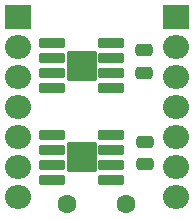
<source format=gbr>
%TF.GenerationSoftware,KiCad,Pcbnew,8.0.4*%
%TF.CreationDate,2024-09-15T22:19:18-03:00*%
%TF.ProjectId,PCBWay-Module_TB67H450FNG,50434257-6179-42d4-9d6f-64756c655f54,rev?*%
%TF.SameCoordinates,Original*%
%TF.FileFunction,Soldermask,Top*%
%TF.FilePolarity,Negative*%
%FSLAX46Y46*%
G04 Gerber Fmt 4.6, Leading zero omitted, Abs format (unit mm)*
G04 Created by KiCad (PCBNEW 8.0.4) date 2024-09-15 22:19:18*
%MOMM*%
%LPD*%
G01*
G04 APERTURE LIST*
G04 Aperture macros list*
%AMRoundRect*
0 Rectangle with rounded corners*
0 $1 Rounding radius*
0 $2 $3 $4 $5 $6 $7 $8 $9 X,Y pos of 4 corners*
0 Add a 4 corners polygon primitive as box body*
4,1,4,$2,$3,$4,$5,$6,$7,$8,$9,$2,$3,0*
0 Add four circle primitives for the rounded corners*
1,1,$1+$1,$2,$3*
1,1,$1+$1,$4,$5*
1,1,$1+$1,$6,$7*
1,1,$1+$1,$8,$9*
0 Add four rect primitives between the rounded corners*
20,1,$1+$1,$2,$3,$4,$5,0*
20,1,$1+$1,$4,$5,$6,$7,0*
20,1,$1+$1,$6,$7,$8,$9,0*
20,1,$1+$1,$8,$9,$2,$3,0*%
G04 Aperture macros list end*
%ADD10RoundRect,0.054880X-1.032120X-0.337120X1.032120X-0.337120X1.032120X0.337120X-1.032120X0.337120X0*%
%ADD11RoundRect,0.102000X-1.142500X-1.142500X1.142500X-1.142500X1.142500X1.142500X-1.142500X1.142500X0*%
%ADD12RoundRect,0.250000X0.475000X-0.250000X0.475000X0.250000X-0.475000X0.250000X-0.475000X-0.250000X0*%
%ADD13C,1.600000*%
%ADD14R,2.200000X2.000000*%
%ADD15O,2.200000X2.000000*%
G04 APERTURE END LIST*
D10*
%TO.C,IC2*%
X108600000Y-106310000D03*
X108600000Y-107580000D03*
X108600000Y-108850000D03*
X108600000Y-110120000D03*
X113540000Y-110120000D03*
X113540000Y-108850000D03*
X113540000Y-107580000D03*
X113540000Y-106310000D03*
D11*
X111070000Y-108215000D03*
%TD*%
D12*
%TO.C,C2*%
X116350000Y-108800000D03*
X116350000Y-106900000D03*
%TD*%
D13*
%TO.C,C3*%
X114850000Y-119950000D03*
X109850000Y-119950000D03*
%TD*%
D12*
%TO.C,C1*%
X116450000Y-116550000D03*
X116450000Y-114650000D03*
%TD*%
D10*
%TO.C,IC1*%
X108600000Y-114050000D03*
X108600000Y-115320000D03*
X108600000Y-116590000D03*
X108600000Y-117860000D03*
X113540000Y-117860000D03*
X113540000Y-116590000D03*
X113540000Y-115320000D03*
X113540000Y-114050000D03*
D11*
X111070000Y-115955000D03*
%TD*%
D14*
%TO.C,J2*%
X119040000Y-104110000D03*
D15*
X119040000Y-106650000D03*
X119040000Y-109190000D03*
X119040000Y-111730000D03*
X119040000Y-114270000D03*
X119040000Y-116810000D03*
X119040000Y-119350000D03*
%TD*%
D14*
%TO.C,J1*%
X105650000Y-104110000D03*
D15*
X105650000Y-106650000D03*
X105650000Y-109190000D03*
X105650000Y-111730000D03*
X105650000Y-114270000D03*
X105650000Y-116810000D03*
X105650000Y-119350000D03*
%TD*%
M02*

</source>
